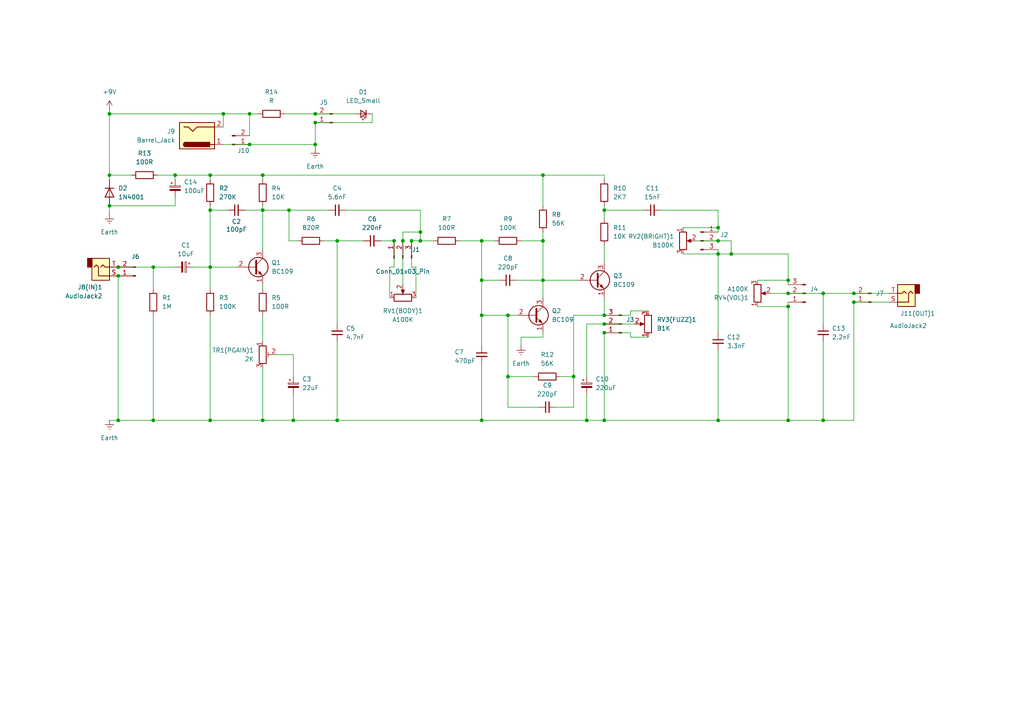
<source format=kicad_sch>
(kicad_sch (version 20250114) (generator "eeschema") (generator_version "9.0")
  (paper "A4")
  (title_block (title "Box of Gilmour") (date "2025-05-07") (rev "V0.1") (company "Andrew C.R. Martin"))
  (lib_symbols
    (symbol "Connector:Barrel_Jack" (pin_names (offset 1.016))
      (property "Reference" "J" (at 0 5.334 0))
      (property "Value" "Barrel_Jack" (at 0 -5.08 0))
      (symbol "Barrel_Jack_0_1"
        (rectangle (start -5.08 3.81) (end 5.08 -3.81) (stroke (width 0.254)) (fill (type background)))
        (polyline (pts (xy -3.81 -2.54) (xy -2.54 -2.54) (xy -1.27 -1.27) (xy 0 -2.54) (xy 2.54 -2.54) (xy 5.08 -2.54)) (stroke (width 0.254)))
        (arc (start -3.302 1.905) (mid -3.9343 2.54) (end -3.302 3.175) (stroke (width 0.254)))
        (arc (start -3.302 1.905) (mid -3.9343 2.54) (end -3.302 3.175) (stroke (width 0.254)) (fill (type outline)))
        (rectangle (start 3.683 3.175) (end -3.302 1.905) (stroke (width 0.254)) (fill (type outline)))
        (polyline (pts (xy 5.08 2.54) (xy 3.81 2.54)) (stroke (width 0.254)))
      )
      (symbol "Barrel_Jack_1_1"
        (pin passive line (at 7.62 2.54 180) (length 2.54) (name "~") (number "1"))
        (pin passive line (at 7.62 -2.54 180) (length 2.54) (name "~") (number "2"))
      )
    )
    (symbol "Connector:Conn_01x02_Pin" (pin_names (offset 1.016) (hide yes))
      (property "Reference" "J" (at 0 2.54 0))
      (property "Value" "Conn_01x02_Pin" (at 0 -5.08 0))
      (symbol "Conn_01x02_Pin_1_1"
        (rectangle (start 0.8636 0.127) (end 0 -0.127) (stroke (width 0.1524)) (fill (type outline)))
        (rectangle (start 0.8636 -2.413) (end 0 -2.667) (stroke (width 0.1524)) (fill (type outline)))
        (polyline (pts (xy 1.27 0) (xy 0.8636 0)) (stroke (width 0.1524)))
        (polyline (pts (xy 1.27 -2.54) (xy 0.8636 -2.54)) (stroke (width 0.1524)))
        (pin passive line (at 5.08 0 180) (length 3.81) (name "Pin_1") (number "1"))
        (pin passive line (at 5.08 -2.54 180) (length 3.81) (name "Pin_2") (number "2"))
      )
    )
    (symbol "Connector:Conn_01x03_Pin" (pin_names (offset 1.016) (hide yes))
      (property "Reference" "J" (at 0 5.08 0))
      (property "Value" "Conn_01x03_Pin" (at 0 -5.08 0))
      (symbol "Conn_01x03_Pin_1_1"
        (rectangle (start 0.8636 2.667) (end 0 2.413) (stroke (width 0.1524)) (fill (type outline)))
        (rectangle (start 0.8636 0.127) (end 0 -0.127) (stroke (width 0.1524)) (fill (type outline)))
        (rectangle (start 0.8636 -2.413) (end 0 -2.667) (stroke (width 0.1524)) (fill (type outline)))
        (polyline (pts (xy 1.27 2.54) (xy 0.8636 2.54)) (stroke (width 0.1524)))
        (polyline (pts (xy 1.27 0) (xy 0.8636 0)) (stroke (width 0.1524)))
        (polyline (pts (xy 1.27 -2.54) (xy 0.8636 -2.54)) (stroke (width 0.1524)))
        (pin passive line (at 5.08 2.54 180) (length 3.81) (name "Pin_1") (number "1"))
        (pin passive line (at 5.08 0 180) (length 3.81) (name "Pin_2") (number "2"))
        (pin passive line (at 5.08 -2.54 180) (length 3.81) (name "Pin_3") (number "3"))
      )
    )
    (symbol "Connector_Audio:AudioJack2"
      (property "Reference" "J" (at 0 8.89 0))
      (property "Value" "AudioJack2" (at 0 6.35 0))
      (symbol "AudioJack2_0_1"
        (rectangle (start -3.81 0) (end -2.54 -2.54) (stroke (width 0.254)) (fill (type outline)))
        (rectangle (start -2.54 3.81) (end 2.54 -2.54) (stroke (width 0.254)) (fill (type background)))
        (polyline (pts (xy 0 0) (xy 0.635 -0.635) (xy 1.27 0) (xy 2.54 0)) (stroke (width 0.254)))
        (polyline (pts (xy 2.54 2.54) (xy -0.635 2.54) (xy -0.635 0) (xy -1.27 -0.635) (xy -1.905 0)) (stroke (width 0.254)))
      )
      (symbol "AudioJack2_1_1"
        (pin passive line (at 5.08 2.54 180) (length 2.54) (name "~") (number "S"))
        (pin passive line (at 5.08 0 180) (length 2.54) (name "~") (number "T"))
      )
    )
    (symbol "Device:C_Polarized_Small" (pin_numbers (hide yes)) (pin_names (offset 0.254) (hide yes))
      (property "Reference" "C" (at 0.254 1.778 0))
      (property "Value" "C_Polarized_Small" (at 0.254 -2.032 0))
      (symbol "C_Polarized_Small_0_1"
        (rectangle (start -1.524 0.6858) (end 1.524 0.3048))
        (rectangle (start -1.524 -0.3048) (end 1.524 -0.6858) (fill (type outline)))
        (polyline (pts (xy -1.27 1.524) (xy -0.762 1.524)))
        (polyline (pts (xy -1.016 1.27) (xy -1.016 1.778)))
      )
      (symbol "C_Polarized_Small_1_1"
        (pin passive line (at 0 2.54 270) (length 1.8542) (name "~") (number "1"))
        (pin passive line (at 0 -2.54 90) (length 1.8542) (name "~") (number "2"))
      )
    )
    (symbol "Device:C_Small" (pin_numbers (hide yes)) (pin_names (offset 0.254) (hide yes))
      (property "Reference" "C" (at 0.254 1.778 0))
      (property "Value" "C_Small" (at 0.254 -2.032 0))
      (symbol "C_Small_0_1"
        (polyline (pts (xy -1.524 0.508) (xy 1.524 0.508)) (stroke (width 0.3048)))
        (polyline (pts (xy -1.524 -0.508) (xy 1.524 -0.508)) (stroke (width 0.3302)))
      )
      (symbol "C_Small_1_1"
        (pin passive line (at 0 2.54 270) (length 2.032) (name "~") (number "1"))
        (pin passive line (at 0 -2.54 90) (length 2.032) (name "~") (number "2"))
      )
    )
    (symbol "Device:LED_Small" (pin_numbers (hide yes)) (pin_names (offset 0.254) (hide yes))
      (property "Reference" "D" (at -1.27 3.175 0))
      (property "Value" "LED_Small" (at -4.445 -2.54 0))
      (symbol "LED_Small_0_1"
        (polyline (pts (xy -0.762 -1.016) (xy -0.762 1.016)) (stroke (width 0.254)))
        (polyline (pts (xy 0 0.762) (xy -0.508 1.27) (xy -0.254 1.27) (xy -0.508 1.27) (xy -0.508 1.016)))
        (polyline (pts (xy 0.508 1.27) (xy 0 1.778) (xy 0.254 1.778) (xy 0 1.778) (xy 0 1.524)))
        (polyline (pts (xy 0.762 -1.016) (xy -0.762 0) (xy 0.762 1.016) (xy 0.762 -1.016)) (stroke (width 0.254)))
        (polyline (pts (xy 1.016 0) (xy -0.762 0)))
      )
      (symbol "LED_Small_1_1"
        (pin passive line (at -2.54 0 0) (length 1.778) (name "K") (number "1"))
        (pin passive line (at 2.54 0 180) (length 1.778) (name "A") (number "2"))
      )
    )
    (symbol "Device:R" (pin_numbers (hide yes)) (pin_names (offset 0))
      (property "Reference" "R" (at 2.032 0 90))
      (property "Value" "R" (at 0 0 90))
      (symbol "R_0_1"
        (rectangle (start -1.016 -2.54) (end 1.016 2.54) (stroke (width 0.254)))
      )
      (symbol "R_1_1"
        (pin passive line (at 0 3.81 270) (length 1.27) (name "~") (number "1"))
        (pin passive line (at 0 -3.81 90) (length 1.27) (name "~") (number "2"))
      )
    )
    (symbol "Device:R_Potentiometer" (pin_names (offset 1.016) (hide yes))
      (property "Reference" "RV" (at -4.445 0 90))
      (property "Value" "R_Potentiometer" (at -2.54 0 90))
      (symbol "R_Potentiometer_0_1"
        (rectangle (start 1.016 2.54) (end -1.016 -2.54) (stroke (width 0.254)))
        (polyline (pts (xy 1.143 0) (xy 2.286 0.508) (xy 2.286 -0.508) (xy 1.143 0)) (fill (type outline)))
        (polyline (pts (xy 2.54 0) (xy 1.524 0)))
      )
      (symbol "R_Potentiometer_1_1"
        (pin passive line (at 0 3.81 270) (length 1.27) (name "1") (number "1"))
        (pin passive line (at 0 -3.81 90) (length 1.27) (name "3") (number "3"))
        (pin passive line (at 3.81 0 180) (length 1.27) (name "2") (number "2"))
      )
    )
    (symbol "Device:R_Potentiometer_Trim" (pin_names (offset 1.016) (hide yes))
      (property "Reference" "RV" (at -4.445 0 90))
      (property "Value" "R_Potentiometer_Trim" (at -2.54 0 90))
      (symbol "R_Potentiometer_Trim_0_1"
        (rectangle (start 1.016 2.54) (end -1.016 -2.54) (stroke (width 0.254)))
        (polyline (pts (xy 1.524 0.762) (xy 1.524 -0.762)))
        (polyline (pts (xy 2.54 0) (xy 1.524 0)))
      )
      (symbol "R_Potentiometer_Trim_1_1"
        (pin passive line (at 0 3.81 270) (length 1.27) (name "1") (number "1"))
        (pin passive line (at 0 -3.81 90) (length 1.27) (name "3") (number "3"))
        (pin passive line (at 3.81 0 180) (length 1.27) (name "2") (number "2"))
      )
    )
    (symbol "Diode:1N4001" (pin_numbers (hide yes)) (pin_names (hide yes))
      (property "Reference" "D" (at 0 2.54 0))
      (property "Value" "1N4001" (at 0 -2.54 0))
      (symbol "1N4001_0_1"
        (polyline (pts (xy -1.27 1.27) (xy -1.27 -1.27)) (stroke (width 0.254)))
        (polyline (pts (xy 1.27 1.27) (xy 1.27 -1.27) (xy -1.27 0) (xy 1.27 1.27)) (stroke (width 0.254)))
        (polyline (pts (xy 1.27 0) (xy -1.27 0)))
      )
      (symbol "1N4001_1_1"
        (pin passive line (at -3.81 0 0) (length 2.54) (name "K") (number "1"))
        (pin passive line (at 3.81 0 180) (length 2.54) (name "A") (number "2"))
      )
    )
    (symbol "Transistor_BJT:BC109" (pin_names (offset 0) (hide yes))
      (property "Reference" "Q" (at 5.08 1.905 0))
      (property "Value" "BC109" (at 5.08 0 0))
      (symbol "BC109_0_1"
        (polyline (pts (xy -2.54 0) (xy 0.635 0)))
        (polyline (pts (xy 0.635 1.905) (xy 0.635 -1.905)) (stroke (width 0.508)))
        (circle (center 1.27 0) (radius 2.8194) (stroke (width 0.254)))
      )
      (symbol "BC109_1_1"
        (polyline (pts (xy 0.635 0.635) (xy 2.54 2.54)))
        (polyline (pts (xy 0.635 -0.635) (xy 2.54 -2.54)))
        (polyline (pts (xy 1.27 -1.778) (xy 1.778 -1.27) (xy 2.286 -2.286) (xy 1.27 -1.778)) (fill (type outline)))
        (pin input line (at -5.08 0 0) (length 2.54) (name "B") (number "2"))
        (pin passive line (at 2.54 5.08 270) (length 2.54) (name "C") (number "3"))
        (pin passive line (at 2.54 -5.08 90) (length 2.54) (name "E") (number "1"))
      )
    )
    (symbol "power:+9V" (power) (pin_numbers (hide yes)) (pin_names (offset 0) (hide yes))
      (property "Value" "+9V" (at 0 3.556 0))
      (symbol "+9V_0_1"
        (polyline (pts (xy -0.762 1.27) (xy 0 2.54)))
        (polyline (pts (xy 0 2.54) (xy 0.762 1.27)))
        (polyline (pts (xy 0 0) (xy 0 2.54)))
      )
      (symbol "+9V_1_1"
        (pin power_in line (at 0 0 90) (length 0) (name "~") (number "1"))
      )
    )
    (symbol "power:Earth" (power) (pin_numbers (hide yes)) (pin_names (offset 0) (hide yes))
      (property "Value" "Earth" (at 0 -3.81 0))
      (symbol "Earth_0_1"
        (polyline (pts (xy -0.635 -1.905) (xy 0.635 -1.905)))
        (polyline (pts (xy -0.127 -2.54) (xy 0.127 -2.54)))
        (polyline (pts (xy 0 -1.27) (xy 0 0)))
        (polyline (pts (xy 1.27 -1.27) (xy -1.27 -1.27)))
      )
      (symbol "Earth_1_1"
        (pin power_in line (at 0 0 270) (length 0) (name "~") (number "1"))
      )
    )
  )
  (junction (at 139.7 91.44))
  (junction (at 85.09 121.92))
  (junction (at 238.76 85.09))
  (junction (at 116.84 69.85))
  (junction (at 121.92 67.31))
  (junction (at 121.92 69.85))
  (junction (at 175.26 96.52))
  (junction (at 114.3 69.85))
  (junction (at 91.44 35.56))
  (junction (at 147.32 91.44))
  (junction (at 34.29 121.92))
  (junction (at 208.28 121.92))
  (junction (at 60.96 60.96))
  (junction (at 83.82 60.96))
  (junction (at 72.39 33.02))
  (junction (at 91.44 41.91))
  (junction (at 247.65 87.63))
  (junction (at 76.2 50.8))
  (junction (at 139.7 81.28))
  (junction (at 212.09 73.66))
  (junction (at 170.18 121.92))
  (junction (at 91.44 33.02))
  (junction (at 34.29 77.47))
  (junction (at 228.6 81.28))
  (junction (at 139.7 69.85))
  (junction (at 228.6 85.09))
  (junction (at 157.48 69.85))
  (junction (at 76.2 121.92))
  (junction (at 31.75 59.69))
  (junction (at 139.7 121.92))
  (junction (at 60.96 77.47))
  (junction (at 175.26 91.44))
  (junction (at 157.48 81.28))
  (junction (at 72.39 41.91))
  (junction (at 208.28 66.04))
  (junction (at 238.76 121.92))
  (junction (at 175.26 60.96))
  (junction (at 228.6 121.92))
  (junction (at 76.2 60.96))
  (junction (at 175.26 121.92))
  (junction (at 247.65 85.09))
  (junction (at 147.32 109.22))
  (junction (at 97.79 69.85))
  (junction (at 64.77 33.02))
  (junction (at 228.6 88.9))
  (junction (at 31.75 50.8))
  (junction (at 60.96 50.8))
  (junction (at 34.29 80.01))
  (junction (at 31.75 33.02))
  (junction (at 119.38 69.85))
  (junction (at 208.28 69.85))
  (junction (at 175.26 93.98))
  (junction (at 44.45 121.92))
  (junction (at 44.45 77.47))
  (junction (at 208.28 73.66))
  (junction (at 166.37 109.22))
  (junction (at 97.79 121.92))
  (junction (at 60.96 121.92))
  (junction (at 157.48 50.8))
  (junction (at 50.8 50.8))
  (wire (pts (xy 31.75 50.8) (xy 38.1 50.8)))
  (wire (pts (xy 97.79 121.92) (xy 139.7 121.92)))
  (wire (pts (xy 175.26 96.52) (xy 182.88 96.52)))
  (wire (pts (xy 34.29 77.47) (xy 44.45 77.47)))
  (wire (pts (xy 82.55 33.02) (xy 91.44 33.02)))
  (wire (pts (xy 44.45 77.47) (xy 50.8 77.47)))
  (wire (pts (xy 166.37 91.44) (xy 166.37 109.22)))
  (wire (pts (xy 143.51 69.85) (xy 139.7 69.85)))
  (wire (pts (xy 162.56 109.22) (xy 166.37 109.22)))
  (wire (pts (xy 228.6 85.09) (xy 238.76 85.09)))
  (wire (pts (xy 208.28 72.39) (xy 208.28 73.66)))
  (wire (pts (xy 55.88 77.47) (xy 60.96 77.47)))
  (wire (pts (xy 182.88 97.79) (xy 187.96 97.79)))
  (wire (pts (xy 175.26 93.98) (xy 170.18 93.98)))
  (wire (pts (xy 60.96 121.92) (xy 76.2 121.92)))
  (wire (pts (xy 175.26 60.96) (xy 186.69 60.96)))
  (wire (pts (xy 139.7 81.28) (xy 144.78 81.28)))
  (wire (pts (xy 151.13 97.79) (xy 151.13 100.33)))
  (wire (pts (xy 50.8 57.15) (xy 50.8 59.69)))
  (wire (pts (xy 157.48 97.79) (xy 151.13 97.79)))
  (wire (pts (xy 228.6 81.28) (xy 228.6 82.55)))
  (wire (pts (xy 228.6 73.66) (xy 228.6 81.28)))
  (wire (pts (xy 238.76 85.09) (xy 238.76 93.98)))
  (wire (pts (xy 149.86 81.28) (xy 157.48 81.28)))
  (wire (pts (xy 238.76 99.06) (xy 238.76 121.92)))
  (wire (pts (xy 166.37 91.44) (xy 175.26 91.44)))
  (wire (pts (xy 228.6 87.63) (xy 228.6 88.9)))
  (wire (pts (xy 76.2 82.55) (xy 76.2 83.82)))
  (wire (pts (xy 175.26 60.96) (xy 175.26 63.5)))
  (wire (pts (xy 157.48 69.85) (xy 157.48 81.28)))
  (wire (pts (xy 107.95 35.56) (xy 107.95 33.02)))
  (wire (pts (xy 147.32 91.44) (xy 147.32 109.22)))
  (wire (pts (xy 91.44 35.56) (xy 107.95 35.56)))
  (wire (pts (xy 60.96 77.47) (xy 60.96 83.82)))
  (wire (pts (xy 119.38 69.85) (xy 121.92 69.85)))
  (wire (pts (xy 60.96 77.47) (xy 68.58 77.47)))
  (wire (pts (xy 166.37 109.22) (xy 166.37 118.11)))
  (wire (pts (xy 139.7 91.44) (xy 139.7 100.33)))
  (wire (pts (xy 120.65 77.47) (xy 120.65 86.36)))
  (wire (pts (xy 31.75 33.02) (xy 31.75 50.8)))
  (wire (pts (xy 83.82 69.85) (xy 86.36 69.85)))
  (wire (pts (xy 175.26 93.98) (xy 184.15 93.98)))
  (wire (pts (xy 201.93 69.85) (xy 208.28 69.85)))
  (wire (pts (xy 93.98 69.85) (xy 97.79 69.85)))
  (wire (pts (xy 247.65 121.92) (xy 247.65 87.63)))
  (wire (pts (xy 170.18 114.3) (xy 170.18 121.92)))
  (wire (pts (xy 121.92 69.85) (xy 125.73 69.85)))
  (wire (pts (xy 97.79 69.85) (xy 97.79 93.98)))
  (wire (pts (xy 228.6 88.9) (xy 228.6 121.92)))
  (wire (pts (xy 83.82 60.96) (xy 83.82 69.85)))
  (wire (pts (xy 170.18 121.92) (xy 175.26 121.92)))
  (wire (pts (xy 139.7 69.85) (xy 139.7 81.28)))
  (wire (pts (xy 60.96 50.8) (xy 60.96 52.07)))
  (wire (pts (xy 119.38 77.47) (xy 120.65 77.47)))
  (wire (pts (xy 208.28 101.6) (xy 208.28 121.92)))
  (wire (pts (xy 34.29 80.01) (xy 34.29 121.92)))
  (wire (pts (xy 175.26 86.36) (xy 175.26 91.44)))
  (wire (pts (xy 85.09 114.3) (xy 85.09 121.92)))
  (wire (pts (xy 60.96 91.44) (xy 60.96 121.92)))
  (wire (pts (xy 208.28 69.85) (xy 212.09 69.85)))
  (wire (pts (xy 139.7 105.41) (xy 139.7 121.92)))
  (wire (pts (xy 45.72 50.8) (xy 50.8 50.8)))
  (wire (pts (xy 114.3 69.85) (xy 114.3 77.47)))
  (wire (pts (xy 64.77 33.02) (xy 64.77 36.83)))
  (wire (pts (xy 228.6 88.9) (xy 219.71 88.9)))
  (wire (pts (xy 139.7 91.44) (xy 147.32 91.44)))
  (wire (pts (xy 76.2 121.92) (xy 85.09 121.92)))
  (wire (pts (xy 208.28 60.96) (xy 208.28 66.04)))
  (wire (pts (xy 223.52 85.09) (xy 228.6 85.09)))
  (wire (pts (xy 72.39 33.02) (xy 72.39 39.37)))
  (wire (pts (xy 175.26 50.8) (xy 175.26 52.07)))
  (wire (pts (xy 60.96 50.8) (xy 76.2 50.8)))
  (wire (pts (xy 147.32 91.44) (xy 149.86 91.44)))
  (wire (pts (xy 50.8 50.8) (xy 60.96 50.8)))
  (wire (pts (xy 151.13 69.85) (xy 157.48 69.85)))
  (wire (pts (xy 121.92 67.31) (xy 121.92 69.85)))
  (wire (pts (xy 34.29 121.92) (xy 44.45 121.92)))
  (wire (pts (xy 72.39 41.91) (xy 91.44 41.91)))
  (wire (pts (xy 228.6 121.92) (xy 238.76 121.92)))
  (wire (pts (xy 208.28 66.04) (xy 208.28 67.31)))
  (wire (pts (xy 175.26 121.92) (xy 208.28 121.92)))
  (wire (pts (xy 31.75 59.69) (xy 31.75 62.23)))
  (wire (pts (xy 139.7 121.92) (xy 170.18 121.92)))
  (wire (pts (xy 60.96 59.69) (xy 60.96 60.96)))
  (wire (pts (xy 238.76 121.92) (xy 247.65 121.92)))
  (wire (pts (xy 110.49 69.85) (xy 114.3 69.85)))
  (wire (pts (xy 121.92 67.31) (xy 121.92 60.96)))
  (wire (pts (xy 156.21 118.11) (xy 147.32 118.11)))
  (wire (pts (xy 72.39 33.02) (xy 74.93 33.02)))
  (wire (pts (xy 83.82 60.96) (xy 95.25 60.96)))
  (wire (pts (xy 85.09 102.87) (xy 85.09 109.22)))
  (wire (pts (xy 182.88 90.17) (xy 187.96 90.17)))
  (wire (pts (xy 97.79 99.06) (xy 97.79 121.92)))
  (wire (pts (xy 71.12 60.96) (xy 76.2 60.96)))
  (wire (pts (xy 76.2 91.44) (xy 76.2 99.06)))
  (wire (pts (xy 247.65 87.63) (xy 257.81 87.63)))
  (wire (pts (xy 238.76 85.09) (xy 247.65 85.09)))
  (wire (pts (xy 175.26 71.12) (xy 175.26 76.2)))
  (wire (pts (xy 31.75 31.75) (xy 31.75 33.02)))
  (wire (pts (xy 121.92 60.96) (xy 100.33 60.96)))
  (wire (pts (xy 175.26 96.52) (xy 175.26 121.92)))
  (wire (pts (xy 191.77 60.96) (xy 208.28 60.96)))
  (wire (pts (xy 64.77 33.02) (xy 72.39 33.02)))
  (wire (pts (xy 157.48 81.28) (xy 167.64 81.28)))
  (wire (pts (xy 157.48 50.8) (xy 157.48 59.69)))
  (wire (pts (xy 60.96 60.96) (xy 66.04 60.96)))
  (wire (pts (xy 208.28 73.66) (xy 212.09 73.66)))
  (wire (pts (xy 31.75 50.8) (xy 31.75 52.07)))
  (wire (pts (xy 208.28 121.92) (xy 228.6 121.92)))
  (wire (pts (xy 97.79 69.85) (xy 105.41 69.85)))
  (wire (pts (xy 76.2 106.68) (xy 76.2 121.92)))
  (wire (pts (xy 91.44 33.02) (xy 102.87 33.02)))
  (wire (pts (xy 157.48 67.31) (xy 157.48 69.85)))
  (wire (pts (xy 147.32 109.22) (xy 147.32 118.11)))
  (wire (pts (xy 76.2 60.96) (xy 76.2 72.39)))
  (wire (pts (xy 114.3 77.47) (xy 113.03 77.47)))
  (wire (pts (xy 198.12 73.66) (xy 208.28 73.66)))
  (wire (pts (xy 76.2 60.96) (xy 83.82 60.96)))
  (wire (pts (xy 175.26 91.44) (xy 182.88 91.44)))
  (wire (pts (xy 157.48 50.8) (xy 175.26 50.8)))
  (wire (pts (xy 44.45 91.44) (xy 44.45 121.92)))
  (wire (pts (xy 139.7 81.28) (xy 139.7 91.44)))
  (wire (pts (xy 157.48 81.28) (xy 157.48 86.36)))
  (wire (pts (xy 116.84 69.85) (xy 116.84 82.55)))
  (wire (pts (xy 212.09 73.66) (xy 228.6 73.66)))
  (wire (pts (xy 228.6 81.28) (xy 219.71 81.28)))
  (wire (pts (xy 182.88 96.52) (xy 182.88 97.79)))
  (wire (pts (xy 60.96 60.96) (xy 60.96 77.47)))
  (wire (pts (xy 161.29 118.11) (xy 166.37 118.11)))
  (wire (pts (xy 208.28 73.66) (xy 208.28 96.52)))
  (wire (pts (xy 247.65 85.09) (xy 257.81 85.09)))
  (wire (pts (xy 182.88 91.44) (xy 182.88 90.17)))
  (wire (pts (xy 31.75 121.92) (xy 34.29 121.92)))
  (wire (pts (xy 212.09 69.85) (xy 212.09 73.66)))
  (wire (pts (xy 170.18 93.98) (xy 170.18 109.22)))
  (wire (pts (xy 119.38 69.85) (xy 119.38 77.47)))
  (wire (pts (xy 147.32 109.22) (xy 154.94 109.22)))
  (wire (pts (xy 76.2 52.07) (xy 76.2 50.8)))
  (wire (pts (xy 50.8 50.8) (xy 50.8 52.07)))
  (wire (pts (xy 113.03 77.47) (xy 113.03 86.36)))
  (wire (pts (xy 76.2 59.69) (xy 76.2 60.96)))
  (wire (pts (xy 116.84 67.31) (xy 121.92 67.31)))
  (wire (pts (xy 116.84 69.85) (xy 116.84 67.31)))
  (wire (pts (xy 91.44 43.18) (xy 91.44 41.91)))
  (wire (pts (xy 50.8 59.69) (xy 31.75 59.69)))
  (wire (pts (xy 133.35 69.85) (xy 139.7 69.85)))
  (wire (pts (xy 76.2 50.8) (xy 157.48 50.8)))
  (wire (pts (xy 44.45 121.92) (xy 60.96 121.92)))
  (wire (pts (xy 91.44 41.91) (xy 91.44 35.56)))
  (wire (pts (xy 64.77 41.91) (xy 72.39 41.91)))
  (wire (pts (xy 157.48 96.52) (xy 157.48 97.79)))
  (wire (pts (xy 85.09 121.92) (xy 97.79 121.92)))
  (wire (pts (xy 175.26 59.69) (xy 175.26 60.96)))
  (wire (pts (xy 80.01 102.87) (xy 85.09 102.87)))
  (wire (pts (xy 208.28 66.04) (xy 198.12 66.04)))
  (wire (pts (xy 31.75 33.02) (xy 64.77 33.02)))
  (wire (pts (xy 44.45 77.47) (xy 44.45 83.82)))
  (symbol (lib_id "Device:R") (at 76.2 55.88 0) (unit 1)
    (property "Reference" "R4" (at 78.74 54.6099 0) (effects (justify left)))
    (property "Value" "10K" (at 78.74 57.1499 0) (effects (justify left)))
    (property "Footprint" "Resistor_THT:R_Axial_DIN0207_L6.3mm_D2.5mm_P10.16mm_Horizontal" (effects (hide yes)))
    (property "Description" "Resistor" (effects (hide yes)))
  )
  (symbol (lib_id "Connector:Barrel_Jack") (at 57.15 39.37 0) (mirror x) (unit 1) (on_board no)
    (property "Reference" "J9" (at 50.8 38.0999 0) (effects (justify right)))
    (property "Value" "Barrel_Jack" (at 50.8 40.6399 0) (effects (justify right)))
    (property "Description" "DC Barrel Jack" (effects (hide yes)))
  )
  (symbol (lib_id "Connector:Conn_01x02_Pin") (at 252.73 87.63 180) (unit 1)
    (property "Reference" "J7" (at 254 85.0899 0) (effects (justify right)))
    (property "Value" "Conn_01x02_Pin" (effects (hide yes)))
    (property "Footprint" "Connector_Molex:Molex_KK-254_AE-6410-02A_1x02_P2.54mm_Vertical" (effects (hide yes)))
    (property "Description" "Generic connector, single row, 01x02, script generated" (effects (hide yes)))
  )
  (symbol (lib_id "Device:R") (at 76.2 87.63 0) (unit 1)
    (property "Reference" "R5" (at 78.74 86.3599 0) (effects (justify left)))
    (property "Value" "100R" (at 78.74 88.8999 0) (effects (justify left)))
    (property "Footprint" "Resistor_THT:R_Axial_DIN0207_L6.3mm_D2.5mm_P10.16mm_Horizontal" (effects (hide yes)))
    (property "Description" "Resistor" (effects (hide yes)))
  )
  (symbol (lib_id "Connector:Conn_01x03_Pin") (at 116.84 74.93 90) (unit 1)
    (property "Reference" "J1" (at 120.65 72.39 90))
    (property "Value" "Conn_01x03_Pin" (at 116.84 78.74 90))
    (property "Footprint" "Connector_Molex:Molex_KK-254_AE-6410-03A_1x03_P2.54mm_Vertical" (effects (hide yes)))
    (property "Description" "Generic connector, single row, 01x03, script generated" (effects (hide yes)))
  )
  (symbol (lib_id "Device:R") (at 175.26 55.88 0) (unit 1)
    (property "Reference" "R10" (at 177.8 54.6099 0) (effects (justify left)))
    (property "Value" "2K7" (at 177.8 57.1499 0) (effects (justify left)))
    (property "Footprint" "Resistor_THT:R_Axial_DIN0207_L6.3mm_D2.5mm_P10.16mm_Horizontal" (effects (hide yes)))
    (property "Description" "Resistor" (effects (hide yes)))
  )
  (symbol (lib_id "Device:C_Small") (at 97.79 96.52 180) (unit 1)
    (property "Reference" "C5" (at 100.33 95.2435 0) (effects (justify right)))
    (property "Value" "4.7nF" (at 100.33 97.7835 0) (effects (justify right)))
    (property "Footprint" "Capacitor_THT:C_Rect_L7.0mm_W3.5mm_P5.00mm" (effects (hide yes)))
    (property "Description" "Unpolarized capacitor, small symbol" (effects (hide yes)))
  )
  (symbol (lib_id "Device:C_Polarized_Small") (at 170.18 111.76 0) (unit 1)
    (property "Reference" "C10" (at 172.72 109.9438 0) (effects (justify left)))
    (property "Value" "220uF" (at 172.72 112.4838 0) (effects (justify left)))
    (property "Footprint" "Capacitor_THT:CP_Radial_D10.0mm_P5.00mm" (effects (hide yes)))
    (property "Description" "Polarized capacitor, small symbol" (effects (hide yes)))
  )
  (symbol (lib_id "Device:R") (at 147.32 69.85 90) (unit 1)
    (property "Reference" "R9" (at 147.32 63.5 90))
    (property "Value" "100K" (at 147.32 66.04 90))
    (property "Footprint" "Resistor_THT:R_Axial_DIN0207_L6.3mm_D2.5mm_P10.16mm_Horizontal" (effects (hide yes)))
    (property "Description" "Resistor" (effects (hide yes)))
  )
  (symbol (lib_id "Device:R_Potentiometer") (at 187.96 93.98 180) (unit 1) (on_board no)
    (property "Reference" "RV3(FUZZ)1" (at 190.5 92.7099 0) (effects (justify right)))
    (property "Value" "B1K" (at 190.5 95.2499 0) (effects (justify right)))
    (property "Description" "Potentiometer" (effects (hide yes)))
  )
  (symbol (lib_id "Device:C_Small") (at 97.79 60.96 90) (unit 1)
    (property "Reference" "C4" (at 97.7963 54.61 90))
    (property "Value" "5.6nF" (at 97.7963 57.15 90))
    (property "Footprint" "Capacitor_THT:C_Rect_L7.0mm_W3.5mm_P5.00mm" (effects (hide yes)))
    (property "Description" "Unpolarized capacitor, small symbol" (effects (hide yes)))
  )
  (symbol (lib_id "Device:R_Potentiometer") (at 198.12 69.85 0) (unit 1) (on_board no)
    (property "Reference" "RV2(BRIGHT)1" (at 195.58 68.5799 0) (effects (justify right)))
    (property "Value" "B100K" (at 195.58 71.1199 0) (effects (justify right)))
    (property "Description" "Potentiometer" (effects (hide yes)))
  )
  (symbol (lib_id "Device:LED_Small") (at 105.41 33.02 180) (unit 1) (on_board no)
    (property "Reference" "D1" (at 105.3465 26.67 0))
    (property "Value" "LED_Small" (at 105.3465 29.21 0))
    (property "Description" "Light emitting diode, small symbol" (effects (hide yes)))
    (property "Sim.Pin" "1=K 2=A" (effects (hide yes)))
  )
  (symbol (lib_id "power:Earth") (at 31.75 121.92 0) (unit 1)
    (property "Reference" "#PWR03" (effects (hide yes)))
    (property "Value" "Earth" (at 31.75 127 0))
    (property "Description" "Power symbol creates a global label with name \"Earth\"" (effects (hide yes)))
  )
  (symbol (lib_id "Transistor_BJT:BC109") (at 172.72 81.28 0) (unit 1)
    (property "Reference" "Q3" (at 177.8 80.0099 0) (effects (justify left)))
    (property "Value" "BC109" (at 177.8 82.5499 0) (effects (justify left)))
    (property "Footprint" "Package_TO_SOT_THT:TO-18-3" (effects (hide yes)))
    (property "Datasheet" "http://www.farnell.com/datasheets/296634.pdf" (effects (hide yes)))
    (property "Description" "0.2A Ic, 25V Vce, Low Noise General Purpose NPN Transistor, TO-18" (effects (hide yes)))
  )
  (symbol (lib_id "power:Earth") (at 151.13 100.33 0) (unit 1)
    (property "Reference" "#PWR05" (effects (hide yes)))
    (property "Value" "Earth" (at 151.13 105.41 0))
    (property "Description" "Power symbol creates a global label with name \"Earth\"" (effects (hide yes)))
  )
  (symbol (lib_id "Device:C_Polarized_Small") (at 50.8 54.61 0) (unit 1)
    (property "Reference" "C14" (at 53.34 52.7938 0) (effects (justify left)))
    (property "Value" "100uF" (at 53.34 55.3338 0) (effects (justify left)))
    (property "Footprint" "Capacitor_THT:CP_Radial_D5.0mm_P2.50mm" (effects (hide yes)))
    (property "Description" "Polarized capacitor, small symbol" (effects (hide yes)))
  )
  (symbol (lib_id "Device:C_Small") (at 107.95 69.85 90) (unit 1)
    (property "Reference" "C6" (at 107.9563 63.5 90))
    (property "Value" "220nF" (at 107.9563 66.04 90))
    (property "Footprint" "Capacitor_THT:C_Rect_L7.0mm_W3.5mm_P5.00mm" (effects (hide yes)))
    (property "Description" "Unpolarized capacitor, small symbol" (effects (hide yes)))
  )
  (symbol (lib_id "Device:R") (at 78.74 33.02 90) (unit 1)
    (property "Reference" "R14" (at 78.74 26.67 90))
    (property "Value" "R" (at 78.74 29.21 90))
    (property "Footprint" "Resistor_THT:R_Axial_DIN0207_L6.3mm_D2.5mm_P10.16mm_Horizontal" (effects (hide yes)))
    (property "Description" "Resistor" (effects (hide yes)))
  )
  (symbol (lib_id "Device:R") (at 129.54 69.85 90) (unit 1)
    (property "Reference" "R7" (at 129.54 63.5 90))
    (property "Value" "100R" (at 129.54 66.04 90))
    (property "Footprint" "Resistor_THT:R_Axial_DIN0207_L6.3mm_D2.5mm_P10.16mm_Horizontal" (effects (hide yes)))
    (property "Description" "Resistor" (effects (hide yes)))
  )
  (symbol (lib_id "Transistor_BJT:BC109") (at 154.94 91.44 0) (unit 1)
    (property "Reference" "Q2" (at 160.02 90.1699 0) (effects (justify left)))
    (property "Value" "BC109" (at 160.02 92.7099 0) (effects (justify left)))
    (property "Footprint" "Package_TO_SOT_THT:TO-18-3" (effects (hide yes)))
    (property "Datasheet" "http://www.farnell.com/datasheets/296634.pdf" (effects (hide yes)))
    (property "Description" "0.2A Ic, 25V Vce, Low Noise General Purpose NPN Transistor, TO-18" (effects (hide yes)))
  )
  (symbol (lib_id "Device:C_Small") (at 158.75 118.11 90) (unit 1)
    (property "Reference" "C9" (at 158.7563 111.76 90))
    (property "Value" "220pF" (at 158.7563 114.3 90))
    (property "Footprint" "Capacitor_THT:C_Rect_L7.0mm_W3.5mm_P5.00mm" (effects (hide yes)))
    (property "Description" "Unpolarized capacitor, small symbol" (effects (hide yes)))
  )
  (symbol (lib_id "Device:C_Small") (at 189.23 60.96 90) (unit 1)
    (property "Reference" "C11" (at 189.2363 54.61 90))
    (property "Value" "15nF" (at 189.2363 57.15 90))
    (property "Footprint" "Capacitor_THT:C_Rect_L7.0mm_W3.5mm_P5.00mm" (effects (hide yes)))
    (property "Description" "Unpolarized capacitor, small symbol" (effects (hide yes)))
  )
  (symbol (lib_id "power:Earth") (at 31.75 62.23 0) (unit 1)
    (property "Reference" "#PWR02" (effects (hide yes)))
    (property "Value" "Earth" (at 31.75 67.31 0))
    (property "Description" "Power symbol creates a global label with name \"Earth\"" (effects (hide yes)))
  )
  (symbol (lib_id "Connector:Conn_01x02_Pin") (at 96.52 35.56 180) (unit 1)
    (property "Reference" "J5" (at 92.71 29.718 0) (effects (justify right)))
    (property "Value" "Conn_01x02_Pin" (effects (hide yes)))
    (property "Footprint" "Connector_Molex:Molex_KK-254_AE-6410-02A_1x02_P2.54mm_Vertical" (effects (hide yes)))
    (property "Description" "Generic connector, single row, 01x02, script generated" (effects (hide yes)))
  )
  (symbol (lib_id "Device:C_Polarized_Small") (at 85.09 111.76 0) (unit 1)
    (property "Reference" "C3" (at 87.63 109.9438 0) (effects (justify left)))
    (property "Value" "22uF" (at 87.63 112.4838 0) (effects (justify left)))
    (property "Footprint" "Capacitor_THT:CP_Radial_D5.0mm_P2.50mm" (effects (hide yes)))
    (property "Description" "Polarized capacitor, small symbol" (effects (hide yes)))
  )
  (symbol (lib_id "Connector:Conn_01x03_Pin") (at 203.2 69.85 0) (unit 1)
    (property "Reference" "J2" (at 210.058 68.072 0))
    (property "Value" "Conn_01x03_Pin" (effects (hide yes)))
    (property "Footprint" "Connector_Molex:Molex_KK-254_AE-6410-03A_1x03_P2.54mm_Vertical" (effects (hide yes)))
    (property "Description" "Generic connector, single row, 01x03, script generated" (effects (hide yes)))
  )
  (symbol (lib_id "Device:R") (at 44.45 87.63 0) (unit 1)
    (property "Reference" "R1" (at 46.99 86.3599 0) (effects (justify left)))
    (property "Value" "1M" (at 46.99 88.8999 0) (effects (justify left)))
    (property "Footprint" "Resistor_THT:R_Axial_DIN0207_L6.3mm_D2.5mm_P10.16mm_Horizontal" (effects (hide yes)))
    (property "Description" "Resistor" (effects (hide yes)))
  )
  (symbol (lib_id "Device:C_Small") (at 238.76 96.52 0) (unit 1)
    (property "Reference" "C13" (at 241.3 95.2562 0) (effects (justify left)))
    (property "Value" "2.2nF" (at 241.3 97.7962 0) (effects (justify left)))
    (property "Footprint" "Capacitor_THT:C_Rect_L7.0mm_W3.5mm_P5.00mm" (effects (hide yes)))
    (property "Description" "Unpolarized capacitor, small symbol" (effects (hide yes)))
  )
  (symbol (lib_id "Device:C_Small") (at 139.7 102.87 0) (unit 1)
    (property "Reference" "C7" (at 131.826 102.108 0) (effects (justify left)))
    (property "Value" "470pF" (at 131.826 104.648 0) (effects (justify left)))
    (property "Footprint" "Capacitor_THT:C_Disc_D6.0mm_W2.5mm_P5.00mm" (effects (hide yes)))
    (property "Description" "Unpolarized capacitor, small symbol" (effects (hide yes)))
  )
  (symbol (lib_id "Device:R_Potentiometer_Trim") (at 76.2 102.87 0) (unit 1)
    (property "Reference" "TR1(PGAIN)1" (at 73.66 101.5999 0) (effects (justify right)))
    (property "Value" "2K" (at 73.66 104.1399 0) (effects (justify right)))
    (property "Footprint" "Potentiometer_THT:Potentiometer_Vishay_T73YP_Vertical" (effects (hide yes)))
    (property "Description" "Trim-potentiometer" (effects (hide yes)))
  )
  (symbol (lib_id "Device:R") (at 158.75 109.22 90) (unit 1)
    (property "Reference" "R12" (at 158.75 102.87 90))
    (property "Value" "56K" (at 158.75 105.41 90))
    (property "Footprint" "Resistor_THT:R_Axial_DIN0207_L6.3mm_D2.5mm_P10.16mm_Horizontal" (effects (hide yes)))
    (property "Description" "Resistor" (effects (hide yes)))
  )
  (symbol (lib_id "Diode:1N4001") (at 31.75 55.88 270) (unit 1)
    (property "Reference" "D2" (at 34.29 54.6099 90) (effects (justify left)))
    (property "Value" "1N4001" (at 34.29 57.1499 90) (effects (justify left)))
    (property "Footprint" "Diode_THT:D_DO-41_SOD81_P10.16mm_Horizontal" (effects (hide yes)))
    (property "Datasheet" "http://www.vishay.com/docs/88503/1n4001.pdf" (effects (hide yes)))
    (property "Description" "50V 1A General Purpose Rectifier Diode, DO-41" (effects (hide yes)))
    (property "Sim.Device" "D" (effects (hide yes)))
    (property "Sim.Pins" "1=K 2=A" (effects (hide yes)))
  )
  (symbol (lib_id "Connector:Conn_01x02_Pin") (at 67.31 41.91 0) (mirror x) (unit 1)
    (property "Reference" "J10" (at 70.612 43.688 0))
    (property "Value" "Conn_01x02_Pin" (effects (hide yes)))
    (property "Footprint" "Connector_Molex:Molex_KK-254_AE-6410-02A_1x02_P2.54mm_Vertical" (effects (hide yes)))
    (property "Description" "Generic connector, single row, 01x02, script generated" (effects (hide yes)))
  )
  (symbol (lib_id "power:+9V") (at 31.75 31.75 0) (unit 1)
    (property "Reference" "#PWR01" (effects (hide yes)))
    (property "Value" "+9V" (at 31.75 26.67 0))
    (property "Description" "Power symbol creates a global label with name \"+9V\"" (effects (hide yes)))
  )
  (symbol (lib_id "Device:R") (at 157.48 63.5 180) (unit 1)
    (property "Reference" "R8" (at 160.02 62.2299 0) (effects (justify right)))
    (property "Value" "56K" (at 160.02 64.7699 0) (effects (justify right)))
    (property "Footprint" "Resistor_THT:R_Axial_DIN0207_L6.3mm_D2.5mm_P10.16mm_Horizontal" (effects (hide yes)))
    (property "Description" "Resistor" (effects (hide yes)))
  )
  (symbol (lib_id "Device:R_Potentiometer") (at 116.84 86.36 90) (unit 1) (on_board no)
    (property "Reference" "RV1(BODY)1" (at 116.84 90.17 90))
    (property "Value" "A100K" (at 116.84 92.71 90))
    (property "Description" "Potentiometer" (effects (hide yes)))
  )
  (symbol (lib_id "Device:R") (at 41.91 50.8 90) (unit 1)
    (property "Reference" "R13" (at 41.91 44.45 90))
    (property "Value" "100R" (at 41.91 46.99 90))
    (property "Footprint" "Resistor_THT:R_Axial_DIN0207_L6.3mm_D2.5mm_P10.16mm_Horizontal" (effects (hide yes)))
    (property "Description" "Resistor" (effects (hide yes)))
  )
  (symbol (lib_id "Device:C_Small") (at 208.28 99.06 0) (unit 1)
    (property "Reference" "C12" (at 210.82 97.7962 0) (effects (justify left)))
    (property "Value" "3.3nF" (at 210.82 100.3362 0) (effects (justify left)))
    (property "Footprint" "Capacitor_THT:C_Rect_L7.0mm_W3.5mm_P5.00mm" (effects (hide yes)))
    (property "Description" "Unpolarized capacitor, small symbol" (effects (hide yes)))
  )
  (symbol (lib_id "Connector_Audio:AudioJack2") (at 262.89 85.09 180) (unit 1) (on_board no)
    (property "Reference" "J11(OUT)1" (at 261.112 90.932 0) (effects (justify right)))
    (property "Value" "AudioJack2" (at 258.064 94.488 0) (effects (justify right)))
    (property "Description" "Audio Jack, 2 Poles (Mono / TS)" (effects (hide yes)))
  )
  (symbol (lib_id "Device:R") (at 60.96 55.88 0) (unit 1)
    (property "Reference" "R2" (at 63.5 54.6099 0) (effects (justify left)))
    (property "Value" "270K" (at 63.5 57.1499 0) (effects (justify left)))
    (property "Footprint" "Resistor_THT:R_Axial_DIN0207_L6.3mm_D2.5mm_P10.16mm_Horizontal" (effects (hide yes)))
    (property "Description" "Resistor" (effects (hide yes)))
  )
  (symbol (lib_id "Device:R") (at 60.96 87.63 0) (unit 1)
    (property "Reference" "R3" (at 63.5 86.3599 0) (effects (justify left)))
    (property "Value" "100K" (at 63.5 88.8999 0) (effects (justify left)))
    (property "Footprint" "Resistor_THT:R_Axial_DIN0207_L6.3mm_D2.5mm_P10.16mm_Horizontal" (effects (hide yes)))
    (property "Description" "Resistor" (effects (hide yes)))
  )
  (symbol (lib_id "Device:R") (at 175.26 67.31 0) (unit 1)
    (property "Reference" "R11" (at 177.8 66.0399 0) (effects (justify left)))
    (property "Value" "10K" (at 177.8 68.5799 0) (effects (justify left)))
    (property "Footprint" "Resistor_THT:R_Axial_DIN0207_L6.3mm_D2.5mm_P10.16mm_Horizontal" (effects (hide yes)))
    (property "Description" "Resistor" (effects (hide yes)))
  )
  (symbol (lib_id "Connector:Conn_01x03_Pin") (at 180.34 93.98 180) (unit 1)
    (property "Reference" "J3" (at 181.61 92.7099 0) (effects (justify right)))
    (property "Value" "Conn_01x03_Pin" (effects (hide yes)))
    (property "Footprint" "Connector_Molex:Molex_KK-254_AE-6410-03A_1x03_P2.54mm_Vertical" (effects (hide yes)))
    (property "Description" "Generic connector, single row, 01x03, script generated" (effects (hide yes)))
  )
  (symbol (lib_id "Connector_Audio:AudioJack2") (at 29.21 77.47 0) (mirror x) (unit 1) (on_board no)
    (property "Reference" "J8(IN)1" (at 29.718 83.312 0) (effects (justify right)))
    (property "Value" "AudioJack2" (at 29.718 85.852 0) (effects (justify right)))
    (property "Description" "Audio Jack, 2 Poles (Mono / TS)" (effects (hide yes)))
  )
  (symbol (lib_id "Device:R") (at 90.17 69.85 90) (unit 1)
    (property "Reference" "R6" (at 90.17 63.5 90))
    (property "Value" "820R" (at 90.17 66.04 90))
    (property "Footprint" "Resistor_THT:R_Axial_DIN0207_L6.3mm_D2.5mm_P10.16mm_Horizontal" (effects (hide yes)))
    (property "Description" "Resistor" (effects (hide yes)))
  )
  (symbol (lib_id "Connector:Conn_01x03_Pin") (at 233.68 85.09 180) (unit 1)
    (property "Reference" "J4" (at 234.95 83.8199 0) (effects (justify right)))
    (property "Value" "Conn_01x03_Pin" (effects (hide yes)))
    (property "Footprint" "Connector_Molex:Molex_KK-254_AE-6410-03A_1x03_P2.54mm_Vertical" (effects (hide yes)))
    (property "Description" "Generic connector, single row, 01x03, script generated" (effects (hide yes)))
  )
  (symbol (lib_id "Device:C_Small") (at 68.58 60.96 90) (unit 1)
    (property "Reference" "C2" (at 68.58 64.262 90))
    (property "Value" "100pF" (at 68.58 66.548 90))
    (property "Footprint" "Capacitor_THT:C_Disc_D6.0mm_W2.5mm_P5.00mm" (effects (hide yes)))
    (property "Description" "Unpolarized capacitor, small symbol" (effects (hide yes)))
  )
  (symbol (lib_id "power:Earth") (at 91.44 43.18 0) (unit 1)
    (property "Reference" "#PWR04" (effects (hide yes)))
    (property "Value" "Earth" (at 91.44 48.26 0))
    (property "Description" "Power symbol creates a global label with name \"Earth\"" (effects (hide yes)))
  )
  (symbol (lib_id "Connector:Conn_01x02_Pin") (at 39.37 80.01 180) (unit 1)
    (property "Reference" "J6" (at 38.1 74.422 0) (effects (justify right)))
    (property "Value" "Conn_01x02_Pin" (effects (hide yes)))
    (property "Footprint" "Connector_Molex:Molex_KK-254_AE-6410-02A_1x02_P2.54mm_Vertical" (effects (hide yes)))
    (property "Description" "Generic connector, single row, 01x02, script generated" (effects (hide yes)))
  )
  (symbol (lib_id "Device:C_Small") (at 147.32 81.28 90) (unit 1)
    (property "Reference" "C8" (at 147.3263 74.93 90))
    (property "Value" "220pF" (at 147.3263 77.47 90))
    (property "Footprint" "Capacitor_THT:C_Disc_D6.0mm_W2.5mm_P5.00mm" (effects (hide yes)))
    (property "Description" "Unpolarized capacitor, small symbol" (effects (hide yes)))
  )
  (symbol (lib_id "Device:C_Polarized_Small") (at 53.34 77.47 270) (unit 1)
    (property "Reference" "C1" (at 53.8861 71.12 90))
    (property "Value" "10uF" (at 53.8861 73.66 90))
    (property "Footprint" "Capacitor_THT:CP_Radial_D5.0mm_P2.50mm" (effects (hide yes)))
    (property "Description" "Polarized capacitor, small symbol" (effects (hide yes)))
  )
  (symbol (lib_id "Device:R_Potentiometer") (at 219.71 85.09 0) (mirror x) (unit 1) (on_board no)
    (property "Reference" "RV4(VOL)1" (at 217.17 86.3601 0) (effects (justify right)))
    (property "Value" "A100K" (at 217.17 83.8201 0) (effects (justify right)))
    (property "Description" "Potentiometer" (effects (hide yes)))
  )
  (symbol (lib_id "Transistor_BJT:BC109") (at 73.66 77.47 0) (unit 1)
    (property "Reference" "Q1" (at 78.74 76.1999 0) (effects (justify left)))
    (property "Value" "BC109" (at 78.74 78.7399 0) (effects (justify left)))
    (property "Footprint" "Package_TO_SOT_THT:TO-18-3" (effects (hide yes)))
    (property "Datasheet" "http://www.farnell.com/datasheets/296634.pdf" (effects (hide yes)))
    (property "Description" "0.2A Ic, 25V Vce, Low Noise General Purpose NPN Transistor, TO-18" (effects (hide yes)))
  )
)
</source>
